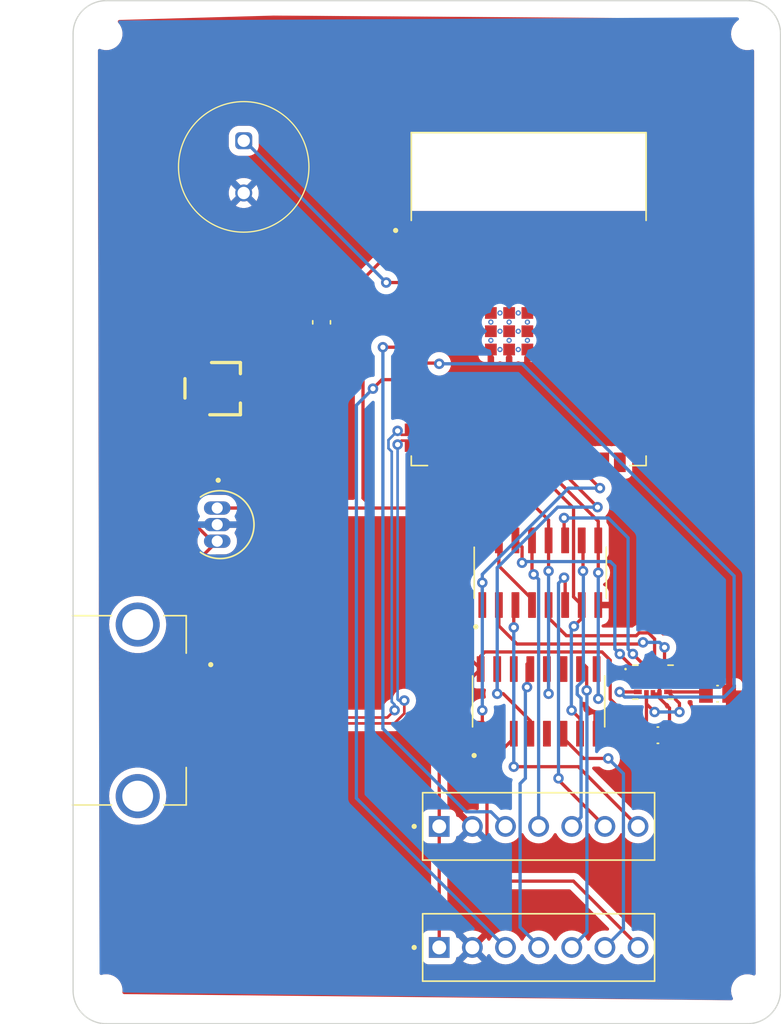
<source format=kicad_pcb>
(kicad_pcb (version 20221018) (generator pcbnew)
  (layers (0 "F.Cu" signal) (31 "B.Cu" signal) (34 "B.Paste" user) (35 "F.Paste" user) (36 "B.SilkS" user "B.Silkscreen") (37 "F.SilkS" user "F.Silkscreen") (38 "B.Mask" user) (39 "F.Mask" user) (44 "Edge.Cuts" user))
  (net 0 "")
  (net 1 "+3.3V")
  (net 2 "GND")
  (net 3 "MISO")
  (net 4 "MOSI")
  (net 5 "CLK")
  (net 6 "CS2")
  (net 7 "CS1")
  (net 8 "Net-(BZ1-+)")
  (net 9 "INT1_1")
  (net 10 "MISO_1")
  (net 11 "MOSI_1")
  (net 12 "CLK1")
  (net 13 "SENSOR_1")
  (net 14 "D+")
  (net 15 "D-")
  (net 16 "INT1_3")
  (net 17 "MISO_3")
  (net 18 "MOSI_3")
  (net 19 "CLK3")
  (net 20 "SENSOR_3")
  (net 21 "MISO_2")
  (net 22 "INT1_2")
  (net 26 "MOSI_2")
  (net 27 "CLK2")
  (net 28 "SENSOR_2")
  (net 51 "SENSOR_SEL")
  (net 58 "/3.7V")
  (footprint "ESP32-S3-WROOM-1-N16R8:XCVR_ESP32-S3-WROOM-1-N16R8" (layer "F.Cu") (at 136.906 80.01)
    (fp_text reference "U1" hide)
    (fp_text value "ESP32-S3-WROOM-1-N16R8" hide)
    (fp_line (start -9 -12.75) (end 9 -12.75) (stroke (width 0.127)) (layer "F.SilkS"))
    (fp_line (start -9 -6.03) (end -9 -12.75) (stroke (width 0.127)) (layer "F.SilkS"))
    (fp_line (start -9 12.02) (end -9 12.75) (stroke (width 0.127)) (layer "F.SilkS"))
    (fp_line (start -9 12.75) (end -7.755 12.75) (stroke (width 0.127)) (layer "F.SilkS"))
    (fp_line (start 9 -12.75) (end 9 -6.03) (stroke (width 0.127)) (layer "F.SilkS"))
    (fp_line (start 9 12.02) (end 9 12.75) (stroke (width 0.127)) (layer "F.SilkS"))
    (fp_line (start 9 12.75) (end 7.755 12.75) (stroke (width 0.127)) (layer "F.SilkS"))
    (fp_circle (center -10.2 -5.26) (end -10.1 -5.26) (stroke (width 0.2)) (fill none) (layer "F.SilkS"))
    (pad "1" smd rect (at -8.75 -5.26) (size 1.5 0.9) (layers "F.Cu" "F.Paste" "F.Mask") (net 2 "GND"))
    (pad "2" smd rect (at -8.75 -3.99) (size 1.5 0.9) (layers "F.Cu" "F.Paste" "F.Mask") (net 1 "+3.3V"))
    (pad "3" smd rect (at -8.75 -2.72) (size 1.5 0.9) (layers "F.Cu" "F.Paste" "F.Mask") (net 1 "+3.3V"))
    (pad "4" smd rect (at -8.75 -1.45) (size 1.5 0.9) (layers "F.Cu" "F.Paste" "F.Mask") (net 8 "Net-(BZ1-+)"))
    (pad "5" smd rect (at -8.75 -0.18) (size 1.5 0.9) (layers "F.Cu" "F.Paste" "F.Mask"))
    (pad "6" smd rect (at -8.75 1.09) (size 1.5 0.9) (layers "F.Cu" "F.Paste" "F.Mask"))
    (pad "7" smd rect (at -8.75 2.36) (size 1.5 0.9) (layers "F.Cu" "F.Paste" "F.Mask"))
    (pad "8" smd rect (at -8.75 3.63) (size 1.5 0.9) (layers "F.Cu" "F.Paste" "F.Mask") (net 9 "INT1_1"))
    (pad "9" smd rect (at -8.75 4.9) (size 1.5 0.9) (layers "F.Cu" "F.Paste" "F.Mask") (net 22 "INT1_2"))
    (pad "10" smd rect (at -8.75 6.17) (size 1.5 0.9) (layers "F.Cu" "F.Paste" "F.Mask") (net 16 "INT1_3"))
    (pad "11" smd rect (at -8.75 7.44) (size 1.5 0.9) (layers "F.Cu" "F.Paste" "F.Mask"))
    (pad "12" smd rect (at -8.75 8.71) (size 1.5 0.9) (layers "F.Cu" "F.Paste" "F.Mask"))
    (pad "13" smd rect (at -8.75 9.98) (size 1.5 0.9) (layers "F.Cu" "F.Paste" "F.Mask") (net 15 "D-"))
    (pad "14" smd rect (at -8.75 11.25) (size 1.5 0.9) (layers "F.Cu" "F.Paste" "F.Mask") (net 14 "D+"))
    (pad "15" smd rect (at -6.985 12.5) (size 0.9 1.5) (layers "F.Cu" "F.Paste" "F.Mask"))
    (pad "16" smd rect (at -5.715 12.5) (size 0.9 1.5) (layers "F.Cu" "F.Paste" "F.Mask"))
    (pad "17" smd rect (at -4.445 12.5) (size 0.9 1.5) (layers "F.Cu" "F.Paste" "F.Mask"))
    (pad "18" smd rect (at -3.175 12.5) (size 0.9 1.5) (layers "F.Cu" "F.Paste" "F.Mask") (net 7 "CS1"))
    (pad "19" smd rect (at -1.905 12.5) (size 0.9 1.5) (layers "F.Cu" "F.Paste" "F.Mask") (net 3 "MISO"))
    (pad "20" smd rect (at -0.635 12.5) (size 0.9 1.5) (layers "F.Cu" "F.Paste" "F.Mask") (net 5 "CLK"))
    (pad "21" smd rect (at 0.635 12.5) (size 0.9 1.5) (layers "F.Cu" "F.Paste" "F.Mask") (net 4 "MOSI"))
    (pad "22" smd rect (at 1.905 12.5) (size 0.9 1.5) (layers "F.Cu" "F.Paste" "F.Mask"))
    (pad "23" smd rect (at 3.175 12.5) (size 0.9 1.5) (layers "F.Cu" "F.Paste" "F.Mask") (net 6 "CS2"))
    (pad "24" smd rect (at 4.445 12.5) (size 0.9 1.5) (layers "F.Cu" "F.Paste" "F.Mask") (net 51 "SENSOR_SEL"))
    (pad "25" smd rect (at 5.715 12.5) (size 0.9 1.5) (layers "F.Cu" "F.Paste" "F.Mask"))
    (pad "26" smd rect (at 6.985 12.5) (size 0.9 1.5) (layers "F.Cu" "F.Paste" "F.Mask"))
    (pad "27" smd rect (at 8.75 11.25) (size 1.5 0.9) (layers "F.Cu" "F.Paste" "F.Mask"))
    (pad "28" smd rect (at 8.75 9.98) (size 1.5 0.9) (layers "F.Cu" "F.Paste" "F.Mask"))
    (pad "29" smd rect (at 8.75 8.71) (size 1.5 0.9) (layers "F.Cu" "F.Paste" "F.Mask"))
    (pad "30" smd rect (at 8.75 7.44) (size 1.5 0.9) (layers "F.Cu" "F.Paste" "F.Mask"))
    (pad "31" smd rect (at 8.75 6.17) (size 1.5 0.9) (layers "F.Cu" "F.Paste" "F.Mask"))
    (pad "32" smd rect (at 8.75 4.9) (size 1.5 0.9) (layers "F.Cu" "F.Paste" "F.Mask"))
    (pad "33" smd rect (at 8.75 3.63) (size 1.5 0.9) (layers "F.Cu" "F.Paste" "F.Mask"))
    (pad "34" smd rect (at 8.75 2.36) (size 1.5 0.9) (layers "F.Cu" "F.Paste" "F.Mask"))
    (pad "35" smd rect (at 8.75 1.09) (size 1.5 0.9) (layers "F.Cu" "F.Paste" "F.Mask"))
    (pad "36" smd rect (at 8.75 -0.18) (size 1.5 0.9) (layers "F.Cu" "F.Paste" "F.Mask"))
    (pad "37" smd rect (at 8.75 -1.45) (size 1.5 0.9) (layers "F.Cu" "F.Paste" "F.Mask"))
    (pad "38" smd rect (at 8.75 -2.72) (size 1.5 0.9) (layers "F.Cu" "F.Paste" "F.Mask"))
    (pad "39" smd rect (at 8.75 -3.99) (size 1.5 0.9) (layers "F.Cu" "F.Paste" "F.Mask"))
    (pad "40" smd rect (at 8.75 -5.26) (size 1.5 0.9) (layers "F.Cu" "F.Paste" "F.Mask") (net 2 "GND"))
    (pad "41_1" smd rect (at -1.5 2.46) (size 0.9 0.9) (layers "F.Cu" "F.Paste" "F.Mask") (net 2 "GND"))
    (pad "41_2" smd rect (at -2.9 2.46) (size 0.9 0.9) (layers "F.Cu" "F.Paste" "F.Mask") (net 2 "GND"))
    (pad "41_3" smd rect (at -0.1 2.46) (size 0.9 0.9) (layers "F.Cu" "F.Paste" "F.Mask") (net 2 "GND"))
    (pad "41_4" smd rect (at -2.9 3.86) (size 0.9 0.9) (layers "F.Cu" "F.Paste" "F.Mask") (net 2 "GND"))
    (pad "41_5" smd rect (at -1.5 3.86) (size 0.9 0.9) (layers "F.Cu" "F.Paste" "F.Mask") (net 2 "GND"))
    (pad "41_6" smd rect (at -0.1 3.86) (size 0.9 0.9) (layers "F.Cu" "F.Paste" "F.Mask") (net 2 "GND"))
    (pad "41_7" smd rect (at -2.9 1.06) (size 0.9 0.9) (layers "F.Cu" "F.Paste" "F.Mask") (net 2 "GND"))
    (pad "41_8" smd rect (at -1.5 1.06) (size 0.9 0.9) (layers "F.Cu" "F.Paste" "F.Mask") (net 2 "GND"))
    (pad "41_9" smd rect (at -0.1 1.06) (size 0.9 0.9) (layers "F.Cu" "F.Paste" "F.Mask") (net 2 "GND"))
    (pad "41_10" thru_hole circle (at -1.5 1.76) (size 0.4 0.4) (drill 0.2) (layers "*.Cu"))
    (pad "41_11" thru_hole circle (at -2.9 1.76) (size 0.4 0.4) (drill 0.2) (layers "*.Cu"))
    (pad "41_12" thru_hole circle (at -0.1 1.76) (size 0.4 0.4) (drill 0.2) (layers "*.Cu"))
    (pad "41_13" thru_hole circle (at -2.9 3.16) (size 0.4 0.4) (drill 0.2) (layers "*.Cu"))
    (pad "41_14" thru_hole circle (at -1.5 3.16) (size 0.4 0.4) (drill 0.2) (layers "*.Cu"))
    (pad "41_15" thru_hole circle (at -0.1 3.16) (size 0.4 0.4) (drill 0.2) (layers "*.Cu"))
    (pad "41_16" thru_hole circle (at -2.2 1.06) (size 0.4 0.4) (drill 0.2) (layers "*.Cu"))
    (pad "41_17" thru_hole circle (at -0.8 1.06) (size 0.4 0.4) (drill 0.2) (layers "*.Cu"))
    (pad "41_18" thru_hole circle (at -2.2 2.46) (size 0.4 0.4) (drill 0.2) (layers "*.Cu"))
    (pad "41_19" thru_hole circle (at -0.8 2.46) (size 0.4 0.4) (drill 0.2) (layers "*.Cu"))
    (pad "41_20" thru_hole circle (at -2.2 3.86) (size 0.4 0.4) (drill 0.2) (layers "*.Cu"))
    (pad "41_21" thru_hole circle (at -0.8 3.86) (size 0.4 0.4) (drill 0.2) (layers "*.Cu"))
    (zone (net 0) (net_name "") (layer "F.Cu") (connect_pads (clearance 0)) (min_thickness 0.01)
      (keepout (tracks not_allowed) (vias not_allowed) (pads not_allowed) (copperpour not_allowed) (footprints allowed))
      (fill (thermal_gap 0.508) (thermal_bridge_width 0.508))
      (polygon (pts (xy 127.906 67.26) (xy 145.906 67.26) (xy 145.906 73.26) (xy 127.906 73.26)))
    )
    (zone (net 0) (net_name "") (layer "B.Cu") (connect_pads (clearance 0)) (min_thickness 0.01)
      (keepout (tracks not_allowed) (vias not_allowed) (pads not_allowed) (copperpour not_allowed) (footprints allowed))
      (fill (thermal_gap 0.508) (thermal_bridge_width 0.508))
      (polygon (pts (xy 127.906 67.26) (xy 145.906 67.26) (xy 145.906 73.26) (xy 127.906 73.26)))
    )
  )
  (footprint "69167-107HLF:AMPHENOL_69167-107HLF" (layer "F.Cu") (at 137.668 129.667)
    (fp_text reference "J11" hide)
    (fp_text value "69167-107HLF" hide)
    (fp_line (start -8.89 2.58) (end -8.89 -2.58) (stroke (width 0.127)) (layer "F.SilkS"))
    (fp_line (start 8.89 -2.58) (end -8.89 -2.58) (stroke (width 0.127)) (layer "F.SilkS"))
    (fp_line (start 8.89 -2.58) (end 8.89 2.58) (stroke (width 0.127)) (layer "F.SilkS"))
    (fp_line (start 8.89 2.58) (end -8.89 2.58) (stroke (width 0.127)) (layer "F.SilkS"))
    (fp_circle (center -9.54 0) (end -9.44 0) (stroke (width 0.2)) (fill none) (layer "F.SilkS"))
    (pad "01" thru_hole rect (at -7.62 0) (size 1.59 1.59) (drill 1.06) (layers "*.Cu" "*.Mask") (net 1 "+3.3V"))
    (pad "02" thru_hole circle (at -5.08 0) (size 1.59 1.59) (drill 1.06) (layers "*.Cu" "*.Mask") (net 2 "GND"))
    (pad "03" thru_hole circle (at -2.54 0) (size 1.59 1.59) (drill 1.06) (layers "*.Cu" "*.Mask") (net 16 "INT1_3"))
    (pad "04" thru_hole circle (at 0 0) (size 1.59 1.59) (drill 1.06) (layers "*.Cu" "*.Mask") (net 17 "MISO_3"))
    (pad "05" thru_hole circle (at 2.54 0) (size 1.59 1.59) (drill 1.06) (layers "*.Cu" "*.Mask") (net 18 "MOSI_3"))
    (pad "06" thru_hole circle (at 5.08 0) (size 1.59 1.59) (drill 1.06) (layers "*.Cu" "*.Mask") (net 19 "CLK3"))
    (pad "07" thru_hole circle (at 7.62 0) (size 1.59 1.59) (drill 1.06) (layers "*.Cu" "*.Mask") (net 20 "SENSOR_3"))
  )
  (footprint "SM02B-SRSS-TB_LF__SN_:SM02B-SRSS-TB_LF__SN_" (layer "F.Cu") (at 113.157 86.868 -90)
    (fp_text reference "J1" hide)
    (fp_text value "SM02B-SRSS-TB_LF__SN_" hide)
    (fp_line (start -2 -1.65) (end -2 0.563) (stroke (width 0.254)) (layer "F.SilkS"))
    (fp_line (start -2 -1.65) (end -1.145 -1.65) (stroke (width 0.254)) (layer "F.SilkS"))
    (fp_line (start -0.767 2.6) (end 0.722 2.6) (stroke (width 0.254)) (layer "F.SilkS"))
    (fp_line (start 2 -1.65) (end 1.1 -1.65) (stroke (width 0.254)) (layer "F.SilkS"))
    (fp_line (start 2 -1.65) (end 2 0.697) (stroke (width 0.254)) (layer "F.SilkS"))
    (pad "1" smd rect (at -0.5 -1.975) (size 1.55 0.6) (layers "F.Cu" "F.Paste" "F.Mask") (net 2 "GND"))
    (pad "2" smd rect (at 0.5 -1.975) (size 1.55 0.6) (layers "F.Cu" "F.Paste" "F.Mask") (net 58 "/3.7V"))
    (pad "3" smd rect (at -1.8 1.9) (size 1.8 1.2) (layers "F.Cu" "F.Paste" "F.Mask"))
    (pad "4" smd rect (at 1.8 1.9) (size 1.8 1.2) (layers "F.Cu" "F.Paste" "F.Mask"))
  )
  (footprint "TS3A5018D:SOIC127P600X175-16N" (layer "F.Cu") (at 137.795 100.965 90)
    (fp_text reference "U11" hide)
    (fp_text value "TS3A5018D" hide)
    (fp_line (start -1.95 -5.065) (end 1.95 -5.065) (stroke (width 0.127)) (layer "F.SilkS"))
    (fp_line (start -1.95 5.065) (end 1.95 5.065) (stroke (width 0.127)) (layer "F.SilkS"))
    (fp_circle (center -4.145 -4.945) (end -4.045 -4.945) (stroke (width 0.2)) (fill none) (layer "F.SilkS"))
    (pad "1" smd roundrect (at -2.475 -4.445 90) (size 1.97 0.6) (layers "F.Cu" "F.Paste" "F.Mask") (roundrect_rratio 0.07) (net 51 "SENSOR_SEL"))
    (pad "2" smd roundrect (at -2.475 -3.175 90) (size 1.97 0.6) (layers "F.Cu" "F.Paste" "F.Mask") (roundrect_rratio 0.07) (net 28 "SENSOR_2"))
    (pad "3" smd roundrect (at -2.475 -1.905 90) (size 1.97 0.6) (layers "F.Cu" "F.Paste" "F.Mask") (roundrect_rratio 0.07) (net 13 "SENSOR_1"))
    (pad "4" smd roundrect (at -2.475 -0.635 90) (size 1.97 0.6) (layers "F.Cu" "F.Paste" "F.Mask") (roundrect_rratio 0.07) (net 7 "CS1"))
    (pad "5" smd roundrect (at -2.475 0.635 90) (size 1.97 0.6) (layers "F.Cu" "F.Paste" "F.Mask") (roundrect_rratio 0.07) (net 27 "CLK2"))
    (pad "6" smd roundrect (at -2.475 1.905 90) (size 1.97 0.6) (layers "F.Cu" "F.Paste" "F.Mask") (roundrect_rratio 0.07) (net 12 "CLK1"))
    (pad "7" smd roundrect (at -2.475 3.175 90) (size 1.97 0.6) (layers "F.Cu" "F.Paste" "F.Mask") (roundrect_rratio 0.07) (net 5 "CLK"))
    (pad "8" smd roundrect (at -2.475 4.445 90) (size 1.97 0.6) (layers "F.Cu" "F.Paste" "F.Mask") (roundrect_rratio 0.07) (net 2 "GND"))
    (pad "9" smd roundrect (at 2.475 4.445 90) (size 1.97 0.6) (layers "F.Cu" "F.Paste" "F.Mask") (roundrect_rratio 0.07) (net 4 "MOSI"))
    (pad "10" smd roundrect (at 2.475 3.175 90) (size 1.97 0.6) (layers "F.Cu" "F.Paste" "F.Mask") (roundrect_rratio 0.07) (net 11 "MOSI_1"))
    (pad "11" smd roundrect (at 2.475 1.905 90) (size 1.97 0.6) (layers "F.Cu" "F.Paste" "F.Mask") (roundrect_rratio 0.07) (net 26 "MOSI_2"))
    (pad "12" smd roundrect (at 2.475 0.635 90) (size 1.97 0.6) (layers "F.Cu" "F.Paste" "F.Mask") (roundrect_rratio 0.07) (net 3 "MISO"))
    (pad "13" smd roundrect (at 2.475 -0.635 90) (size 1.97 0.6) (layers "F.Cu" "F.Paste" "F.Mask") (roundrect_rratio 0.07) (net 10 "MISO_1"))
    (pad "14" smd roundrect (at 2.475 -1.905 90) (size 1.97 0.6) (layers "F.Cu" "F.Paste" "F.Mask") (roundrect_rratio 0.07) (net 21 "MISO_2"))
    (pad "15" smd roundrect (at 2.475 -3.175 90) (size 1.97 0.6) (layers "F.Cu" "F.Paste" "F.Mask") (roundrect_rratio 0.07) (net 7 "CS1"))
    (pad "16" smd roundrect (at 2.475 -4.445 90) (size 1.97 0.6) (layers "F.Cu" "F.Paste" "F.Mask") (roundrect_rratio 0.07) (net 1 "+3.3V"))
  )
  (footprint "MountingHole:MountingHole_2mm" (layer "F.Cu") (at 153.67 59.69)
    (fp_text reference "H2" hide)
    (fp_text value "MountingHole" hide)
    (pad "" np_thru_hole circle (at 0 0) (size 2 2) (drill 2) (layers "*.Cu" "*.Mask"))
  )
  (footprint "LP2950CZ-3.3_LFT3:TO92127P521H735-3" (layer "F.Cu") (at 113.805 97.282 -90)
    (fp_text reference "U9" hide)
    (fp_text value "LP2950CZ-3.3_LFT3" hide)
    (fp_arc (start -2.116 2.063) (mid 0 -2.045468) (end 2.116 2.063) (stroke (width 0.127)) (layer "F.SilkS"))
    (fp_circle (center -3.4 0.7) (end -3.3 0.7) (stroke (width 0.2)) (fill none) (layer "F.SilkS"))
    (pad "1" thru_hole oval (at -1.27 0.775 270) (size 1.016 2.032) (drill 0.85) (layers "*.Cu" "*.Mask") (net 1 "+3.3V"))
    (pad "2" thru_hole oval (at 0 0.775 270) (size 1.016 2.032) (drill 0.85) (layers "*.Cu" "*.Mask") (net 2 "GND"))
    (pad "3" thru_hole oval (at 1.27 0.775 270) (size 1.016 2.032) (drill 0.85) (layers "*.Cu" "*.Mask") (net 58 "/3.7V"))
  )
  (footprint "MountingHole:MountingHole_2mm" (layer "F.Cu") (at 153.67 132.969)
    (fp_text reference "H4" hide)
    (fp_text value "MountingHole" hide)
    (pad "" np_thru_hole circle (at 0 0) (size 2 2) (drill 2) (layers "*.Cu" "*.Mask"))
  )
  (footprint "69167-107HLF:AMPHENOL_69167-107HLF" (layer "F.Cu") (at 137.668 120.396)
    (fp_text reference "J4" hide)
    (fp_text value "69167-107HLF" hide)
    (fp_line (start -8.89 2.58) (end -8.89 -2.58) (stroke (width 0.127)) (layer "F.SilkS"))
    (fp_line (start 8.89 -2.58) (end -8.89 -2.58) (stroke (width 0.127)) (layer "F.SilkS"))
    (fp_line (start 8.89 -2.58) (end 8.89 2.58) (stroke (width 0.127)) (layer "F.SilkS"))
    (fp_line (start 8.89 2.58) (end -8.89 2.58) (stroke (width 0.127)) (layer "F.SilkS"))
    (fp_circle (center -9.54 0) (end -9.44 0) (stroke (width 0.2)) (fill none) (layer "F.SilkS"))
    (pad "01" thru_hole rect (at -7.62 0) (size 1.59 1.59) (drill 1.06) (layers "*.Cu" "*.Mask") (net 1 "+3.3V"))
    (pad "02" thru_hole circle (at -5.08 0) (size 1.59 1.59) (drill 1.06) (layers "*.Cu" "*.Mask") (net 2 "GND"))
    (pad "03" thru_hole circle (at -2.54 0) (size 1.59 1.59) (drill 1.06) (layers "*.Cu" "*.Mask") (net 9 "INT1_1"))
    (pad "04" thru_hole circle (at 0 0) (size 1.59 1.59) (drill 1.06) (layers "*.Cu" "*.Mask") (net 10 "MISO_1"))
    (pad "05" thru_hole circle (at 2.54 0) (size 1.59 1.59) (drill 1.06) (layers "*.Cu" "*.Mask") (net 11 "MOSI_1"))
    (pad "06" thru_hole circle (at 5.08 0) (size 1.59 1.59) (drill 1.06) (layers "*.Cu" "*.Mask") (net 12 "CLK1"))
    (pad "07" thru_hole circle (at 7.62 0) (size 1.59 1.59) (drill 1.06) (layers "*.Cu" "*.Mask") (net 13 "SENSOR_1"))
  )
  (footprint "ECE 445 Footprints:AC-903-D-1P" (layer "F.Cu") (at 115.062 69.882)
    (fp_text reference "BZ1" hide)
    (fp_text value "Buzzer" hide)
    (fp_circle (center 0 0) (end 5 0) (stroke (width 0.1)) (fill none) (layer "F.SilkS"))
    (pad "1" thru_hole roundrect (at 0 -2) (size 1.3 1.3) (drill 0.95) (layers "*.Cu" "*.Mask") (net 8 "Net-(BZ1-+)"))
    (pad "2" thru_hole circle (at 0 2) (size 1.3 1.3) (drill 0.95) (layers "*.Cu" "*.Mask") (net 2 "GND"))
  )
  (footprint "87583-2010RPLF:AMPHENOL_87583-2010RPLF" (layer "F.Cu") (at 106.934 111.506 -90)
    (fp_text reference "J9" hide)
    (fp_text value "87583-2010RPLF" hide)
    (fp_line (start -7.25 -3.72) (end -7.25 -2.008) (stroke (width 0.127)) (layer "F.SilkS"))
    (fp_line (start -7.25 -3.72) (end -4.38 -3.72) (stroke (width 0.127)) (layer "F.SilkS"))
    (fp_line (start -7.25 5) (end -7.25 2.008) (stroke (width 0.127)) (layer "F.SilkS"))
    (fp_line (start 4.38 -3.72) (end 7.25 -3.72) (stroke (width 0.127)) (layer "F.SilkS"))
    (fp_line (start 7.25 -3.72) (end 7.25 -2.008) (stroke (width 0.127)) (layer "F.SilkS"))
    (fp_line (start 7.25 5) (end 7.25 2.008) (stroke (width 0.127)) (layer "F.SilkS"))
    (fp_circle (center -3.5 -5.6) (end -3.4 -5.6) (stroke (width 0.2)) (fill none) (layer "F.SilkS"))
    (pad "01" smd rect (at -3.5 -3.58 270) (size 1.12 2.88) (layers "F.Cu" "F.Paste" "F.Mask") (net 58 "/3.7V"))
    (pad "02" smd rect (at -1 -3.58 270) (size 1.12 2.88) (layers "F.Cu" "F.Paste" "F.Mask") (net 15 "D-"))
    (pad "03" smd rect (at 1 -3.58 270) (size 1.12 2.88) (layers "F.Cu" "F.Paste" "F.Mask") (net 14 "D+"))
    (pad "04" smd rect (at 3.5 -3.58 270) (size 1.12 2.88) (layers "F.Cu" "F.Paste" "F.Mask") (net 2 "GND"))
    (pad "S1" thru_hole circle (at -6.57 0 270) (size 3.376 3.376) (drill 2.36) (layers "*.Cu" "*.Mask"))
    (pad "S2" thru_hole circle (at 6.57 0 270) (size 3.376 3.376) (drill 2.36) (layers "*.Cu" "*.Mask"))
  )
  (footprint "CL21F104ZAANNNC:CAPC2012X135N" (layer "F.Cu") (at 151.384 110.236)
    (fp_text reference "C1" hide)
    (fp_text value "100nF" hide)
    (fp_line (start -0.0515 -0.625) (end 0.0515 -0.625) (stroke (width 0.127)) (layer "F.SilkS"))
    (fp_line (start -0.0515 0.625) (end 0.0515 0.625) (stroke (width 0.127)) (layer "F.SilkS"))
    (pad "1" smd rect (at -0.89 0) (size 1.05 1.38) (layers "F.Cu" "F.Paste" "F.Mask") (net 1 "+3.3V"))
    (pad "2" smd rect (at 0.89 0) (size 1.05 1.38) (layers "F.Cu" "F.Paste" "F.Mask") (net 2 "GND"))
  )
  (footprint "LSM6DSMTR (1):PQFN50P300X250X86-14N" (layer "F.Cu") (at 146.431 109.347)
    (fp_text reference "U4" hide)
    (fp_text value "LSM6DSMTR" hide)
    (fp_line (start -1.55 1.3) (end -1.15 1.3) (stroke (width 0.127)) (layer "F.SilkS"))
    (fp_line (start -1.15 -1.3) (end -1.55 -1.3) (stroke (width 0.127)) (layer "F.SilkS"))
    (fp_line (start 1.55 -1.3) (end 1.15 -1.3) (stroke (width 0.127)) (layer "F.SilkS"))
    (fp_line (start 1.55 1.3) (end 1.15 1.3) (stroke (width 0.127)) (layer "F.SilkS"))
    (fp_circle (center -2.1 -1) (end -2.05 -1) (stroke (width 0.1)) (fill none) (layer "F.SilkS"))
    (pad "1" smd rect (at -1.16 -0.75) (size 0.6 0.35) (layers "F.Cu" "F.Paste" "F.Mask") (net 21 "MISO_2"))
    (pad "2" smd rect (at -1.16 -0.25) (size 0.6 0.35) (layers "F.Cu" "F.Paste" "F.Mask") (net 2 "GND"))
    (pad "3" smd rect (at -1.16 0.25) (size 0.6 0.35) (layers "F.Cu" "F.Paste" "F.Mask") (net 2 "GND"))
    (pad "4" smd rect (at -1.16 0.75) (size 0.6 0.35) (layers "F.Cu" "F.Paste" "F.Mask") (net 22 "INT1_2"))
    (pad "5" smd rect (at -0.5 0.91 90) (size 0.6 0.35) (layers "F.Cu" "F.Paste" "F.Mask") (net 1 "+3.3V"))
    (pad "6" smd rect (at 0 0.91 90) (size 0.6 0.35) (layers "F.Cu" "F.Paste" "F.Mask") (net 2 "GND"))
    (pad "7" smd rect (at 0.5 0.91 90) (size 0.6 0.35) (layers "F.Cu" "F.Paste" "F.Mask") (net 2 "GND"))
    (pad "8" smd rect (at 1.16 0.75) (size 0.6 0.35) (layers "F.Cu" "F.Paste" "F.Mask") (net 1 "+3.3V"))
    (pad "9" smd rect (at 1.16 0.25) (size 0.6 0.35) (layers "F.Cu" "F.Paste" "F.Mask"))
    (pad "10" smd rect (at 1.16 -0.25) (size 0.6 0.35) (layers "F.Cu" "F.Paste" "F.Mask"))
    (pad "11" smd rect (at 1.16 -0.75) (size 0.6 0.35) (layers "F.Cu" "F.Paste" "F.Mask"))
    (pad "12" smd rect (at 0.5 -0.91 90) (size 0.6 0.35) (layers "F.Cu" "F.Paste" "F.Mask") (net 28 "SENSOR_2"))
    (pad "13" smd rect (at 0 -0.91 90) (size 0.6 0.35) (layers "F.Cu" "F.Paste" "F.Mask") (net 27 "CLK2"))
    (pad "14" smd rect (at -0.5 -0.91 90) (size 0.6 0.35) (layers "F.Cu" "F.Paste" "F.Mask") (net 26 "MOSI_2"))
  )
  (footprint "CL21F104ZAANNNC:CAPC2012X135N" (layer "F.Cu") (at 146.812 113.411 180)
    (fp_text reference "C2" hide)
    (fp_text value "100nF" hide)
    (fp_line (start -0.0515 -0.625) (end 0.0515 -0.625) (stroke (width 0.127)) (layer "F.SilkS"))
    (fp_line (start -0.0515 0.625) (end 0.0515 0.625) (stroke (width 0.127)) (layer "F.SilkS"))
    (pad "1" smd rect (at -0.89 0 180) (size 1.05 1.38) (layers "F.Cu" "F.Paste" "F.Mask") (net 2 "GND"))
    (pad "2" smd rect (at 0.89 0 180) (size 1.05 1.38) (layers "F.Cu" "F.Paste" "F.Mask") (net 1 "+3.3V"))
  )
  (footprint "MountingHole:MountingHole_2mm" (layer "F.Cu") (at 104.521 132.969)
    (fp_text reference "H3" hide)
    (fp_text value "MountingHole" hide)
    (pad "" np_thru_hole circle (at 0 0) (size 2 2) (drill 2) (layers "*.Cu" "*.Mask"))
  )
  (footprint "MountingHole:MountingHole_2mm" (layer "F.Cu") (at 104.521 59.69)
    (fp_text reference "H1" hide)
    (fp_text value "MountingHole" hide)
    (pad "" np_thru_hole circle (at 0 0) (size 2 2) (drill 2) (layers "*.Cu" "*.Mask"))
  )
  (footprint "RMCF0805JG10K0:RESC2012X65N" (layer "F.Cu") (at 121.031 81.788 -90)
    (fp_text reference "R1" hide)
    (fp_text value "10k" hide)
    (fp_line (start -0.12 -0.68) (end 0.12 -0.68) (stroke (width 0.127)) (layer "F.SilkS"))
    (fp_line (start -0.12 0.68) (end 0.12 0.68) (stroke (width 0.127)) (layer "F.SilkS"))
    (pad "1" smd rect (at -0.95 0 270) (size 1.01 1.38) (layers "F.Cu" "F.Paste" "F.Mask") (net 1 "+3.3V"))
    (pad "2" smd rect (at 0.95 0 270) (size 1.01 1.38) (layers "F.Cu" "F.Paste" "F.Mask") (net 2 "GND"))
  )
  (footprint "TS3A5018D:SOIC127P600X175-16N" (layer "F.Cu") (at 137.668 110.82 90)
    (fp_text reference "U12" hide)
    (fp_text value "TS3A5018D" hide)
    (fp_line (start -1.95 -5.065) (end 1.95 -5.065) (stroke (width 0.127)) (layer "F.SilkS"))
    (fp_line (start -1.95 5.065) (end 1.95 5.065) (stroke (width 0.127)) (layer "F.SilkS"))
    (fp_circle (center -4.145 -4.945) (end -4.045 -4.945) (stroke (width 0.2)) (fill none) (layer "F.SilkS"))
    (pad "1" smd roundrect (at -2.475 -4.445 90) (size 1.97 0.6) (layers "F.Cu" "F.Paste" "F.Mask") (roundrect_rratio 0.07) (net 51 "SENSOR_SEL"))
    (pad "2" smd roundrect (at -2.475 -3.175 90) (size 1.97 0.6) (layers "F.Cu" "F.Paste" "F.Mask") (roundrect_rratio 0.07))
    (pad "3" smd roundrect (at -2.475 -1.905 90) (size 1.97 0.6) (layers "F.Cu" "F.Paste" "F.Mask") (roundrect_rratio 0.07) (net 20 "SENSOR_3"))
    (pad "4" smd roundrect (at -2.475 -0.635 90) (size 1.97 0.6) (layers "F.Cu" "F.Paste" "F.Mask") (roundrect_rratio 0.07) (net 6 "CS2"))
    (pad "5" smd roundrect (at -2.475 0.635 90) (size 1.97 0.6) (layers "F.Cu" "F.Paste" "F.Mask") (roundrect_rratio 0.07))
    (pad "6" smd roundrect (at -2.475 1.905 90) (size 1.97 0.6) (layers "F.Cu" "F.Paste" "F.Mask") (roundrect_rratio 0.07) (net 19 "CLK3"))
    (pad "7" smd roundrect (at -2.475 3.175 90) (size 1.97 0.6) (layers "F.Cu" "F.Paste" "F.Mask") (roundrect_rratio 0.07) (net 5 "CLK"))
    (pad "8" smd roundrect (at -2.475 4.445 90) (size 1.97 0.6) (layers "F.Cu" "F.Paste" "F.Mask") (roundrect_rratio 0.07) (net 2 "GND"))
    (pad "9" smd roundrect (at 2.475 4.445 90) (size 1.97 0.6) (layers "F.Cu" "F.Paste" "F.Mask") (roundrect_rratio 0.07) (net 4 "MOSI"))
    (pad "10" smd roundrect (at 2.475 3.175 90) (size 1.97 0.6) (layers "F.Cu" "F.Paste" "F.Mask") (roundrect_rratio 0.07) (net 18 "MOSI_3"))
    (pad "11" smd roundrect (at 2.475 1.905 90) (size 1.97 0.6) (layers "F.Cu" "F.Paste" "F.Mask") (roundrect_rratio 0.07))
    (pad "12" smd roundrect (at 2.475 0.635 90) (size 1.97 0.6) (layers "F.Cu" "F.Paste" "F.Mask") (roundrect_rratio 0.07) (net 3 "MISO"))
    (pad "13" smd roundrect (at 2.475 -0.635 90) (size 1.97 0.6) (layers "F.Cu" "F.Paste" "F.Mask") (roundrect_rratio 0.07) (net 17 "MISO_3"))
    (pad "14" smd roundrect (at 2.475 -1.905 90) (size 1.97 0.6) (layers "F.Cu" "F.Paste" "F.Mask") (roundrect_rratio 0.07))
    (pad "15" smd roundrect (at 2.475 -3.175 90) (size 1.97 0.6) (layers "F.Cu" "F.Paste" "F.Mask") (roundrect_rratio 0.07) (net 6 "CS2"))
    (pad "16" smd roundrect (at 2.475 -4.445 90) (size 1.97 0.6) (layers "F.Cu" "F.Paste" "F.Mask") (roundrect_rratio 0.07) (net 1 "+3.3V"))
  )
  (gr_line (start 104.521 135.509) (end 153.67 135.509) (stroke (width 0.1)) (layer "Edge.Cuts"))
  (gr_line (start 101.981 59.69) (end 101.981 132.969) (stroke (width 0.1)) (layer "Edge.Cuts"))
  (gr_arc (start 153.67 57.15) (mid 155.466051 57.893949) (end 156.21 59.69) (stroke (width 0.1)) (layer "Edge.Cuts"))
  (gr_arc (start 101.981 59.69) (mid 102.724949 57.893949) (end 104.521 57.15) (stroke (width 0.1)) (layer "Edge.Cuts"))
  (gr_line (start 104.521 57.15) (end 153.67 57.15) (stroke (width 0.1)) (layer "Edge.Cuts"))
  (gr_arc (start 104.521 135.509) (mid 102.724949 134.765051) (end 101.981 132.969) (stroke (width 0.1)) (layer "Edge.Cuts"))
  (gr_arc (start 156.21 132.969) (mid 155.466051 134.765051) (end 153.67 135.509) (stroke (width 0.1)) (layer "Edge.Cuts"))
  (gr_line (start 156.21 132.969) (end 156.21 59.69) (stroke (width 0.1)) (layer "Edge.Cuts"))
  (segment (start 126.672 76.02) (end 124.206 78.486) (width 0.25) (layer "F.Cu") (net 1))
  (segment (start 113.03 96.012) (end 124.968 96.012) (width 0.25) (layer "F.Cu") (net 1))
  (segment (start 133.209 108.345) (end 133.223 108.345) (width 0.25) (layer "F.Cu") (net 1))
  (segment (start 148.463 111.633) (end 148.463 110.969) (width 0.25) (layer "F.Cu") (net 1))
  (segment (start 145.931 113.402) (end 145.922 113.411) (width 0.25) (layer "F.Cu") (net 1))
  (segment (start 131.572 106.694) (end 133.223 108.345) (width 0.25) (layer "F.Cu") (net 1))
  (segment (start 132.927 108.641) (end 133.223 108.345) (width 0.25) (layer "F.Cu") (net 1))
  (segment (start 130.048 111.506) (end 133.209 108.345) (width 0.25) (layer "F.Cu") (net 1))
  (segment (start 130.048 120.396) (end 130.048 129.667) (width 0.25) (layer "F.Cu") (net 1))
  (segment (start 128.082 75.946) (end 128.156 76.02) (width 0.25) (layer "F.Cu") (net 1))
  (segment (start 143.154 110.643) (end 145.922 113.411) (width 0.25) (layer "F.Cu") (net 1))
  (segment (start 123.383 78.486) (end 121.031 80.838) (width 0.25) (layer "F.Cu") (net 1))
  (segment (start 124.206 78.486) (end 124.206 95.25) (width 0.25) (layer "F.Cu") (net 1))
  (segment (start 143.154 107.66482) (end 143.154 110.643) (width 0.25) (layer "F.Cu") (net 1))
  (segment (start 150.355 110.097) (end 150.494 110.236) (width 0.25) (layer "F.Cu") (net 1))
  (segment (start 130.872 96.012) (end 133.35 98.49) (width 0.25) (layer "F.Cu") (net 1))
  (segment (start 145.931 110.257) (end 145.931 111.006) (width 0.25) (layer "F.Cu") (net 1))
  (segment (start 133.35 98.49) (end 131.572 100.268) (width 0.25) (layer "F.Cu") (net 1))
  (segment (start 128.156 76.02) (end 128.156 77.29) (width 0.25) (layer "F.Cu") (net 1))
  (segment (start 148.463 110.969) (end 147.591 110.097) (width 0.25) (layer "F.Cu") (net 1))
  (segment (start 145.931 111.006) (end 146.558 111.633) (width 0.25) (layer "F.Cu") (net 1))
  (segment (start 131.572 100.268) (end 131.572 106.694) (width 0.25) (layer "F.Cu") (net 1))
  (segment (start 130.048 120.396) (end 130.048 111.506) (width 0.25) (layer "F.Cu") (net 1))
  (segment (start 147.591 110.097) (end 150.355 110.097) (width 0.25) (layer "F.Cu") (net 1))
  (segment (start 133.223 108.345) (end 133.223 107.360001) (width 0.25) (layer "F.Cu") (net 1))
  (segment (start 124.206 95.25) (end 124.968 96.012) (width 0.25) (layer "F.Cu") (net 1))
  (segment (start 128.156 76.02) (end 126.672 76.02) (width 0.25) (layer "F.Cu") (net 1))
  (segment (start 124.968 96.012) (end 130.872 96.012) (width 0.25) (layer "F.Cu") (net 1))
  (segment (start 145.931 110.257) (end 145.931 113.402) (width 0.25) (layer "F.Cu") (net 1))
  (segment (start 133.223 107.360001) (end 133.548001 107.035) (width 0.25) (layer "F.Cu") (net 1))
  (segment (start 142.52418 107.035) (end 143.154 107.66482) (width 0.25) (layer "F.Cu") (net 1))
  (segment (start 124.206 78.486) (end 123.383 78.486) (width 0.25) (layer "F.Cu") (net 1))
  (segment (start 133.548001 107.035) (end 142.52418 107.035) (width 0.25) (layer "F.Cu") (net 1))
  (via (at 148.463 111.633) (size 0.8) (drill 0.4) (layers "F.Cu" "B.Cu") (net 1))
  (via (at 146.558 111.633) (size 0.8) (drill 0.4) (layers "F.Cu" "B.Cu") (net 1))
  (segment (start 112.649 96.393) (end 113.03 96.012) (width 0.25) (layer "B.Cu") (net 1))
  (segment (start 146.558 111.633) (end 148.463 111.633) (width 0.25) (layer "B.Cu") (net 1))
  (segment (start 146.931 110.562) (end 147.701 111.332) (width 0.25) (layer "F.Cu") (net 2))
  (segment (start 145.271 109.597) (end 146.681 109.597) (width 0.25) (layer "F.Cu") (net 2))
  (segment (start 146.931 110.257) (end 146.931 110.562) (width 0.25) (layer "F.Cu") (net 2))
  (segment (start 147.701 111.332) (end 147.701 113.41) (width 0.25) (layer "F.Cu") (net 2))
  (segment (start 145.271 109.097) (end 145.271 109.597) (width 0.25) (layer "F.Cu") (net 2))
  (segment (start 147.701 113.41) (end 147.702 113.411) (width 0.25) (layer "F.Cu") (net 2))
  (segment (start 146.681 109.597) (end 146.931 109.847) (width 0.25) (layer "F.Cu") (net 2))
  (segment (start 146.431 110.257) (end 146.931 110.257) (width 0.25) (layer "F.Cu") (net 2))
  (segment (start 146.931 109.847) (end 146.931 110.257) (width 0.25) (layer "F.Cu") (net 2))
  (segment (start 132.588 129.667) (end 132.461 129.667) (width 0.25) (layer "B.Cu") (net 2))
  (segment (start 135.001 93.51) (end 138.43 96.939) (width 0.25) (layer "F.Cu") (net 3))
  (segment (start 138.43 96.939) (end 138.43 98.49) (width 0.25) (layer "F.Cu") (net 3))
  (segment (start 135.001 92.51) (end 135.001 93.51) (width 0.25) (layer "F.Cu") (net 3))
  (segment (start 138.43 108.472) (end 138.303 108.345) (width 0.25) (layer "F.Cu") (net 3))
  (segment (start 138.43 98.49) (end 138.43 100.838) (width 0.25) (layer "F.Cu") (net 3))
  (segment (start 138.43 110.236) (end 138.43 108.472) (width 0.25) (layer "F.Cu") (net 3))
  (via (at 138.43 100.838) (size 0.8) (drill 0.4) (layers "F.Cu" "B.Cu") (net 3))
  (via (at 138.43 110.236) (size 0.8) (drill 0.4) (layers "F.Cu" "B.Cu") (net 3))
  (segment (start 138.43 100.838) (end 138.43 110.236) (width 0.25) (layer "B.Cu") (net 3))
  (segment (start 138.036 93.585) (end 138.797 93.585) (width 0.25) (layer "F.Cu") (net 4))
  (segment (start 138.797 93.585) (end 142.24 97.028) (width 0.25) (layer "F.Cu") (net 4))
  (segment (start 137.541 92.51) (end 137.541 93.09) (width 0.25) (layer "F.Cu") (net 4))
  (segment (start 142.24 98.49) (end 142.24 100.965) (width 0.25) (layer "F.Cu") (net 4))
  (segment (start 142.24 108.472) (end 142.113 108.345) (width 0.25) (layer "F.Cu") (net 4))
  (segment (start 142.24 110.617) (end 142.24 108.472) (width 0.25) (layer "F.Cu") (net 4))
  (segment (start 137.541 93.09) (end 138.036 93.585) (width 0.25) (layer "F.Cu") (net 4))
  (segment (start 142.24 97.028) (end 142.24 98.49) (width 0.25) (layer "F.Cu") (net 4))
  (via (at 142.24 100.965) (size 0.8) (drill 0.4) (layers "F.Cu" "B.Cu") (net 4))
  (via (at 142.24 110.617) (size 0.8) (drill 0.4) (layers "F.Cu" "B.Cu") (net 4))
  (segment (start 142.24 100.965) (end 142.24 110.617) (width 0.25) (layer "B.Cu") (net 4))
  (segment (start 140.843 112.153695) (end 140.843 113.295) (width 0.25) (layer "F.Cu") (net 5))
  (segment (start 140.97 103.44) (end 140.97 104.468) (width 0.25) (layer "F.Cu") (net 5))
  (segment (start 136.271 92.51) (end 136.271 93.09) (width 0.25) (layer "F.Cu") (net 5))
  (segment (start 138.358 94.035) (end 140.345 96.022) (width 0.25) (layer "F.Cu") (net 5))
  (segment (start 136.271 93.09) (end 137.216 94.035) (width 0.25) (layer "F.Cu") (net 5))
  (segment (start 140.345 102.815) (end 140.97 103.44) (width 0.25) (layer "F.Cu") (net 5))
  (segment (start 140.345 96.022) (end 140.345 102.815) (width 0.25) (layer "F.Cu") (net 5))
  (segment (start 140.195305 111.506) (end 140.843 112.153695) (width 0.25) (layer "F.Cu") (net 5))
  (segment (start 140.97 104.468) (end 140.372 105.066) (width 0.25) (layer "F.Cu") (net 5))
  (segment (start 137.216 94.035) (end 138.358 94.035) (width 0.25) (layer "F.Cu") (net 5))
  (via (at 140.195305 111.506) (size 0.8) (drill 0.4) (layers "F.Cu" "B.Cu") (net 5))
  (via (at 140.372 105.066) (size 0.8) (drill 0.4) (layers "F.Cu" "B.Cu") (net 5))
  (segment (start 140.176 105.262) (end 140.176 111.486695) (width 0.25) (layer "B.Cu") (net 5))
  (segment (start 140.176 111.486695) (end 140.195305 111.506) (width 0.25) (layer "B.Cu") (net 5))
  (segment (start 140.372 105.066) (end 140.176 105.262) (width 0.25) (layer "B.Cu") (net 5))
  (segment (start 134.493 110.236) (end 134.958999 110.236) (width 0.25) (layer "F.Cu") (net 6))
  (segment (start 142.181153 95.943847) (end 140.081 93.843694) (width 0.25) (layer "F.Cu") (net 6))
  (segment (start 140.081 93.843694) (end 140.081 92.51) (width 0.25) (layer "F.Cu") (net 6))
  (segment (start 134.493 108.345) (end 134.493 110.236) (width 0.25) (layer "F.Cu") (net 6))
  (segment (start 134.958999 110.236) (end 137.033 112.310001) (width 0.25) (layer "F.Cu") (net 6))
  (segment (start 137.033 112.310001) (end 137.033 113.295) (width 0.25) (layer "F.Cu") (net 6))
  (via (at 142.181153 95.943847) (size 0.8) (drill 0.4) (layers "F.Cu" "B.Cu") (net 6))
  (via (at 134.493 110.236) (size 0.8) (drill 0.4) (layers "F.Cu" "B.Cu") (net 6))
  (segment (start 134.493 110.236) (end 134.493 100.584) (width 0.25) (layer "B.Cu") (net 6))
  (segment (start 139.133153 95.943847) (end 142.181153 95.943847) (width 0.25) (layer "B.Cu") (net 6))
  (segment (start 134.493 100.584) (end 139.133153 95.943847) (width 0.25) (layer "B.Cu") (net 6))
  (segment (start 137.16 102.98882) (end 137.16 103.44) (width 0.25) (layer "F.Cu") (net 7))
  (segment (start 134.62 100.44882) (end 137.16 102.98882) (width 0.25) (layer "F.Cu") (net 7))
  (segment (start 134.62 94.399) (end 134.62 98.49) (width 0.25) (layer "F.Cu") (net 7))
  (segment (start 133.731 92.51) (end 133.731 93.51) (width 0.25) (layer "F.Cu") (net 7))
  (segment (start 134.62 98.49) (end 134.62 100.44882) (width 0.25) (layer "F.Cu") (net 7))
  (segment (start 133.731 93.51) (end 134.62 94.399) (width 0.25) (layer "F.Cu") (net 7))
  (segment (start 127.976 78.74) (end 128.156 78.56) (width 0.25) (layer "F.Cu") (net 8))
  (segment (start 125.984 78.74) (end 127.976 78.74) (width 0.25) (layer "F.Cu") (net 8))
  (via (at 125.984 78.74) (size 0.8) (drill 0.4) (layers "F.Cu" "B.Cu") (net 8))
  (segment (start 115.126 67.882) (end 126.0475 78.8035) (width 0.25) (layer "B.Cu") (net 8))
  (segment (start 115.062 67.882) (end 115.126 67.882) (width 0.25) (layer "B.Cu") (net 8))
  (segment (start 126.0475 78.8035) (end 125.984 78.74) (width 0.25) (layer "B.Cu") (net 8))
  (segment (start 128.103 83.693) (end 128.156 83.64) (width 0.25) (layer "F.Cu") (net 9))
  (segment (start 125.73 83.693) (end 128.103 83.693) (width 0.25) (layer "F.Cu") (net 9))
  (via (at 125.73 83.693) (size 0.8) (drill 0.4) (layers "F.Cu" "B.Cu") (net 9))
  (segment (start 132.103 119.276) (end 134.008 119.276) (width 0.25) (layer "B.Cu") (net 9))
  (segment (start 125.73 83.693) (end 125.73 112.903) (width 0.25) (layer "B.Cu") (net 9))
  (segment (start 125.73 112.903) (end 132.103 119.276) (width 0.25) (layer "B.Cu") (net 9))
  (segment (start 134.008 119.276) (end 135.128 120.396) (width 0.25) (layer "B.Cu") (net 9))
  (segment (start 137.287 101.092) (end 137.16 100.965) (width 0.25) (layer "F.Cu") (net 10))
  (segment (start 137.16 100.965) (end 137.16 98.49) (width 0.25) (layer "F.Cu") (net 10))
  (via (at 137.287 101.092) (size 0.8) (drill 0.4) (layers "F.Cu" "B.Cu") (net 10))
  (segment (start 137.668 101.473) (end 137.287 101.092) (width 0.25) (layer "B.Cu") (net 10))
  (segment (start 137.668 120.396) (end 137.668 101.473) (width 0.25) (layer "B.Cu") (net 10))
  (segment (start 141.07 98.59) (end 140.97 98.49) (width 0.25) (layer "F.Cu") (net 11))
  (segment (start 141.07 100.838) (end 141.07 98.59) (width 0.25) (layer "F.Cu") (net 11))
  (via (at 141.07 100.838) (size 0.8) (drill 0.4) (layers "F.Cu" "B.Cu") (net 11))
  (segment (start 140.920305 119.683695) (end 140.920305 110.57661) (width 0.25) (layer "B.Cu") (net 11))
  (segment (start 140.920305 110.57661) (end 140.626 110.282305) (width 0.25) (layer "B.Cu") (net 11))
  (segment (start 141.097 100.865) (end 141.07 100.838) (width 0.25) (layer "B.Cu") (net 11))
  (segment (start 141.097 109.210695) (end 141.097 100.865) (width 0.25) (layer "B.Cu") (net 11))
  (segment (start 140.626 109.681695) (end 141.097 109.210695) (width 0.25) (layer "B.Cu") (net 11))
  (segment (start 140.626 110.282305) (end 140.626 109.681695) (width 0.25) (layer "B.Cu") (net 11))
  (segment (start 140.208 120.396) (end 140.920305 119.683695) (width 0.25) (layer "B.Cu") (net 11))
  (segment (start 142.748 120.396) (end 139.192 116.84) (width 0.25) (layer "F.Cu") (net 12))
  (segment (start 139.192 116.84) (end 139.192 116.713) (width 0.25) (layer "F.Cu") (net 12))
  (segment (start 139.62 101.346) (end 139.7 101.426) (width 0.25) (layer "F.Cu") (net 12))
  (segment (start 139.7 101.426) (end 139.7 103.44) (width 0.25) (layer "F.Cu") (net 12))
  (via (at 139.62 101.346) (size 0.8) (drill 0.4) (layers "F.Cu" "B.Cu") (net 12))
  (via (at 139.192 116.713) (size 0.8) (drill 0.4) (layers "F.Cu" "B.Cu") (net 12))
  (segment (start 139.62 101.346) (end 139.192 101.774) (width 0.25) (layer "B.Cu") (net 12))
  (segment (start 139.192 101.774) (end 139.192 116.713) (width 0.25) (layer "B.Cu") (net 12))
  (segment (start 145.288 120.396) (end 140.716 115.824) (width 0.25) (layer "F.Cu") (net 13))
  (segment (start 135.763 105.156) (end 135.763 103.567) (width 0.25) (layer "F.Cu") (net 13))
  (segment (start 135.763 103.567) (end 135.89 103.44) (width 0.25) (layer "F.Cu") (net 13))
  (segment (start 140.716 115.824) (end 135.763 115.824) (width 0.25) (layer "F.Cu") (net 13))
  (via (at 135.763 115.824) (size 0.8) (drill 0.4) (layers "F.Cu" "B.Cu") (net 13))
  (via (at 135.763 105.156) (size 0.8) (drill 0.4) (layers "F.Cu" "B.Cu") (net 13))
  (segment (start 135.763 115.824) (end 135.763 105.156) (width 0.25) (layer "B.Cu") (net 13))
  (segment (start 127.371232 110.753768) (end 127.371232 111.743718) (width 0.2) (layer "F.Cu") (net 14))
  (segment (start 127.746001 90.850001) (end 127.157659 90.850001) (width 0.2) (layer "F.Cu") (net 14))
  (segment (start 128.156 91.26) (end 127.746001 90.850001) (width 0.2) (layer "F.Cu") (net 14))
  (segment (start 127.157659 90.850001) (end 126.85766 91.15) (width 0.2) (layer "F.Cu") (net 14))
  (segment (start 127.371232 111.743718) (end 126.60895 112.506) (width 0.2) (layer "F.Cu") (net 14))
  (segment (start 126.60895 112.506) (end 110.514 112.506) (width 0.2) (layer "F.Cu") (net 14))
  (via (at 127.371232 110.753768) (size 0.8) (drill 0.4) (layers "F.Cu" "B.Cu") (net 14))
  (via (at 126.85766 91.15) (size 0.8) (drill 0.4) (layers "F.Cu" "B.Cu") (net 14))
  (segment (start 126.85766 91.15) (end 126.85766 110.664461) (width 0.2) (layer "B.Cu") (net 14))
  (segment (start 126.85766 110.664461) (end 126.946967 110.753768) (width 0.2) (layer "B.Cu") (net 14))
  (segment (start 126.946967 110.753768) (end 127.371232 110.753768) (width 0.2) (layer "B.Cu") (net 14))
  (segment (start 112.563999 112.055999) (end 111.887 111.379) (width 0.2) (layer "F.Cu") (net 15))
  (segment (start 127.746001 90.399999) (end 127.157659 90.399999) (width 0.2) (layer "F.Cu") (net 15))
  (segment (start 127.157659 90.399999) (end 126.85766 90.1) (width 0.2) (layer "F.Cu") (net 15))
  (segment (start 127.849 90.297) (end 128.156 89.99) (width 0.2) (layer "F.Cu") (net 15))
  (segment (start 128.156 89.99) (end 127.746001 90.399999) (width 0.2) (layer "F.Cu") (net 15))
  (segment (start 111.387 111.379) (end 110.514 110.506) (width 0.2) (layer "F.Cu") (net 15))
  (segment (start 126.628768 111.496232) (end 126.069001 112.055999) (width 0.2) (layer "F.Cu") (net 15))
  (segment (start 126.069001 112.055999) (end 112.563999 112.055999) (width 0.2) (layer "F.Cu") (net 15))
  (segment (start 111.887 111.379) (end 111.387 111.379) (width 0.2) (layer "F.Cu") (net 15))
  (via (at 126.85766 90.1) (size 0.8) (drill 0.4) (layers "F.Cu" "B.Cu") (net 15))
  (via (at 126.628768 111.496232) (size 0.8) (drill 0.4) (layers "F.Cu" "B.Cu") (net 15))
  (segment (start 126.628768 111.071967) (end 126.628768 111.496232) (width 0.2) (layer "B.Cu") (net 15))
  (segment (start 126.15766 90.8) (end 126.15766 91.43995) (width 0.2) (layer "B.Cu") (net 15))
  (segment (start 126.85766 90.1) (end 126.15766 90.8) (width 0.2) (layer "B.Cu") (net 15))
  (segment (start 126.40766 110.850859) (end 126.628768 111.071967) (width 0.2) (layer "B.Cu") (net 15))
  (segment (start 126.40766 91.68995) (end 126.40766 110.850859) (width 0.2) (layer "B.Cu") (net 15))
  (segment (start 126.15766 91.43995) (end 126.40766 91.68995) (width 0.2) (layer "B.Cu") (net 15))
  (segment (start 125.656 86.18) (end 128.156 86.18) (width 0.25) (layer "F.Cu") (net 16))
  (segment (start 124.968 86.868) (end 125.656 86.18) (width 0.25) (layer "F.Cu") (net 16))
  (segment (start 135.128 129.413) (end 135.001 129.286) (width 0.25) (layer "F.Cu") (net 16))
  (via (at 124.968 86.868) (size 0.8) (drill 0.4) (layers "F.Cu" "B.Cu") (net 16))
  (segment (start 135.128 129.667) (end 123.698 118.237) (width 0.25) (layer "B.Cu") (net 16))
  (segment (start 123.698 88.138) (end 124.968 86.868) (width 0.25) (layer "B.Cu") (net 16))
  (segment (start 123.698 118.237) (end 123.698 88.138) (width 0.25) (layer "B.Cu") (net 16))
  (segment (start 136.779 109.728) (end 136.779 107.964) (width 0.25) (layer "F.Cu") (net 17))
  (segment (start 136.779 107.964) (end 137.033 107.71) (width 0.25) (layer "F.Cu") (net 17))
  (via (at 136.779 109.728) (size 0.8) (drill 0.4) (layers "F.Cu" "B.Cu") (net 17))
  (segment (start 137.668 129.667) (end 137.668 129.54) (width 0.25) (layer "B.Cu") (net 17))
  (segment (start 136.248 117.117) (end 136.652 116.713) (width 0.25) (layer "B.Cu") (net 17))
  (segment (start 136.652 109.855) (end 136.779 109.728) (width 0.25) (layer "B.Cu") (net 17))
  (segment (start 136.248 128.12) (end 136.248 117.117) (width 0.25) (layer "B.Cu") (net 17))
  (segment (start 136.652 116.713) (end 136.652 109.855) (width 0.25) (layer "B.Cu") (net 17))
  (segment (start 137.668 129.54) (end 136.248 128.12) (width 0.25) (layer "B.Cu") (net 17))
  (segment (start 141.351 109.982) (end 141.351 108.218) (width 0.25) (layer "F.Cu") (net 18))
  (segment (start 141.351 108.218) (end 140.843 107.71) (width 0.25) (layer "F.Cu") (net 18))
  (via (at 141.351 109.982) (size 0.8) (drill 0.4) (layers "F.Cu" "B.Cu") (net 18))
  (segment (start 141.370305 110.001305) (end 141.351 109.982) (width 0.25) (layer "B.Cu") (net 18))
  (segment (start 140.208 129.667) (end 141.370305 128.504695) (width 0.25) (layer "B.Cu") (net 18))
  (segment (start 141.370305 128.504695) (end 141.370305 110.001305) (width 0.25) (layer "B.Cu") (net 18))
  (segment (start 139.573 113.644999) (end 139.573 112.66) (width 0.25) (layer "F.Cu") (net 19))
  (segment (start 141.117001 115.189) (end 139.573 113.644999) (width 0.25) (layer "F.Cu") (net 19))
  (segment (start 143.002 115.189) (end 141.117001 115.189) (width 0.25) (layer "F.Cu") (net 19))
  (via (at 143.002 115.189) (size 0.8) (drill 0.4) (layers "F.Cu" "B.Cu") (net 19))
  (segment (start 144.168 116.355) (end 143.002 115.189) (width 0.25) (layer "B.Cu") (net 19))
  (segment (start 144.168 128.247) (end 144.168 116.355) (width 0.25) (layer "B.Cu") (net 19))
  (segment (start 142.748 129.667) (end 144.168 128.247) (width 0.25) (layer "B.Cu") (net 19))
  (segment (start 145.288 129.54) (end 140.335 124.587) (width 0.25) (layer "F.Cu") (net 20))
  (segment (start 135.763 113.644999) (end 135.763 112.66) (width 0.25) (layer "F.Cu") (net 20))
  (segment (start 133.708 123.167) (end 133.708 115.699999) (width 0.25) (layer "F.Cu") (net 20))
  (segment (start 135.128 124.587) (end 133.708 123.167) (width 0.25) (layer "F.Cu") (net 20))
  (segment (start 140.335 124.587) (end 135.128 124.587) (width 0.25) (layer "F.Cu") (net 20))
  (segment (start 133.708 115.699999) (end 135.763 113.644999) (width 0.25) (layer "F.Cu") (net 20))
  (segment (start 145.288 129.667) (end 145.288 129.54) (width 0.25) (layer "F.Cu") (net 20))
  (segment (start 136.398 100.203) (end 136.398 98.998) (width 0.25) (layer "F.Cu") (net 21))
  (segment (start 143.891 107.188) (end 143.891 107.217) (width 0.25) (layer "F.Cu") (net 21))
  (segment (start 143.891 107.217) (end 145.271 108.597) (width 0.25) (layer "F.Cu") (net 21))
  (segment (start 136.398 98.998) (end 135.89 98.49) (width 0.25) (layer "F.Cu") (net 21))
  (via (at 136.398 100.203) (size 0.8) (drill 0.4) (layers "F.Cu" "B.Cu") (net 21))
  (via (at 143.891 107.188) (size 0.8) (drill 0.4) (layers "F.Cu" "B.Cu") (net 21))
  (segment (start 136.488 100.113) (end 136.398 100.203) (width 0.25) (layer "B.Cu") (net 21))
  (segment (start 143.51 106.807) (end 143.51 100.457) (width 0.25) (layer "B.Cu") (net 21))
  (segment (start 143.891 107.188) (end 143.51 106.807) (width 0.25) (layer "B.Cu") (net 21))
  (segment (start 143.166 100.113) (end 136.488 100.113) (width 0.25) (layer "B.Cu") (net 21))
  (segment (start 143.51 100.457) (end 143.166 100.113) (width 0.25) (layer "B.Cu") (net 21))
  (segment (start 129.995 84.91) (end 130.048 84.963) (width 0.25) (layer "F.Cu") (net 22))
  (segment (start 128.156 84.91) (end 129.995 84.91) (width 0.25) (layer "F.Cu") (net 22))
  (segment (start 143.879 110.097) (end 145.271 110.097) (width 0.25) (layer "F.Cu") (net 22))
  (via (at 130.048 84.963) (size 0.8) (drill 0.4) (layers "F.Cu" "B.Cu") (net 22))
  (via (at 143.879 110.097) (size 0.8) (drill 0.4) (layers "F.Cu" "B.Cu") (net 22))
  (segment (start 152.654 101.217604) (end 136.399396 84.963) (width 0.25) (layer "B.Cu") (net 22))
  (segment (start 152.654 109.728) (end 152.654 101.217604) (width 0.25) (layer "B.Cu") (net 22))
  (segment (start 151.892 110.49) (end 152.654 109.728) (width 0.25) (layer "B.Cu") (net 22))
  (segment (start 136.399396 84.963) (end 130.048 84.963) (width 0.25) (layer "B.Cu") (net 22))
  (segment (start 144.272 110.49) (end 151.892 110.49) (width 0.25) (layer "B.Cu") (net 22))
  (segment (start 143.879 110.097) (end 144.272 110.49) (width 0.25) (layer "B.Cu") (net 22))
  (segment (start 139.62 96.774) (end 139.62 98.41) (width 0.25) (layer "F.Cu") (net 26))
  (segment (start 139.62 98.41) (end 139.7 98.49) (width 0.25) (layer "F.Cu") (net 26))
  (segment (start 145.931 108.227997) (end 145.931 108.437) (width 0.25) (layer "F.Cu") (net 26))
  (segment (start 144.891003 107.188) (end 145.931 108.227997) (width 0.25) (layer "F.Cu") (net 26))
  (via (at 144.891003 107.188) (size 0.8) (drill 0.4) (layers "F.Cu" "B.Cu") (net 26))
  (via (at 139.62 96.774) (size 0.8) (drill 0.4) (layers "F.Cu" "B.Cu") (net 26))
  (segment (start 144.891003 107.188) (end 144.526 106.822997) (width 0.25) (layer "B.Cu") (net 26))
  (segment (start 144.526 98.298) (end 143.002 96.774) (width 0.25) (layer "B.Cu") (net 26))
  (segment (start 144.526 106.822997) (end 144.526 98.298) (width 0.25) (layer "B.Cu") (net 26))
  (segment (start 143.002 96.774) (end 139.62 96.774) (width 0.25) (layer "B.Cu") (net 26))
  (segment (start 145.151695 105.791) (end 145.368695 105.574) (width 0.25) (layer "F.Cu") (net 27))
  (segment (start 146.431 107.95) (end 146.431 108.437) (width 0.25) (layer "F.Cu") (net 27))
  (segment (start 146.088396 105.574) (end 146.558 106.043604) (width 0.25) (layer "F.Cu") (net 27))
  (segment (start 139.796001 105.791) (end 145.151695 105.791) (width 0.25) (layer "F.Cu") (net 27))
  (segment (start 146.558 107.823) (end 146.431 107.95) (width 0.25) (layer "F.Cu") (net 27))
  (segment (start 146.558 106.043604) (end 146.558 107.823) (width 0.25) (layer "F.Cu") (net 27))
  (segment (start 138.43 104.424999) (end 139.796001 105.791) (width 0.25) (layer "F.Cu") (net 27))
  (segment (start 145.368695 105.574) (end 146.088396 105.574) (width 0.25) (layer "F.Cu") (net 27))
  (segment (start 138.43 103.44) (end 138.43 104.424999) (width 0.25) (layer "F.Cu") (net 27))
  (segment (start 146.931 108.132) (end 146.931 108.437) (width 0.25) (layer "F.Cu") (net 28))
  (segment (start 136.007695 106.426) (end 145.542 106.426) (width 0.25) (layer "F.Cu") (net 28))
  (segment (start 147.32 107.743) (end 146.931 108.132) (width 0.25) (layer "F.Cu") (net 28))
  (segment (start 147.32 106.68) (end 147.32 107.743) (width 0.25) (layer "F.Cu") (net 28))
  (segment (start 134.62 105.038305) (end 136.007695 106.426) (width 0.25) (layer "F.Cu") (net 28))
  (segment (start 134.62 103.44) (end 134.62 105.038305) (width 0.25) (layer "F.Cu") (net 28))
  (segment (start 145.542 106.426) (end 145.669 106.299) (width 0.25) (layer "F.Cu") (net 28))
  (via (at 147.32 106.68) (size 0.8) (drill 0.4) (layers "F.Cu" "B.Cu") (net 28))
  (via (at 145.669 106.299) (size 0.8) (drill 0.4) (layers "F.Cu" "B.Cu") (net 28))
  (segment (start 145.669 106.299) (end 146.939 106.299) (width 0.25) (layer "B.Cu") (net 28))
  (segment (start 146.939 106.299) (end 147.32 106.68) (width 0.25) (layer "B.Cu") (net 28))
  (segment (start 133.35 111.506) (end 133.35 113.168) (width 0.25) (layer "F.Cu") (net 51))
  (segment (start 141.351 93.472) (end 141.351 92.51) (width 0.25) (layer "F.Cu") (net 51))
  (segment (start 142.367 94.488) (end 141.351 93.472) (width 0.25) (layer "F.Cu") (net 51))
  (segment (start 133.35 113.168) (end 133.223 113.295) (width 0.25) (layer "F.Cu") (net 51))
  (segment (start 133.35 103.44) (end 133.35 101.727) (width 0.25) (layer "F.Cu") (net 51))
  (via (at 133.35 111.506) (size 0.8) (drill 0.4) (layers "F.Cu" "B.Cu") (net 51))
  (via (at 133.35 101.727) (size 0.8) (drill 0.4) (layers "F.Cu" "B.Cu") (net 51))
  (via (at 142.367 94.488) (size 0.8) (drill 0.4) (layers "F.Cu" "B.Cu") (net 51))
  (segment (start 139.952604 94.488) (end 142.367 94.488) (width 0.25) (layer "B.Cu") (net 51))
  (segment (start 133.35 101.727) (end 133.35 111.506) (width 0.25) (layer "B.Cu") (net 51))
  (segment (start 133.35 101.090604) (end 139.952604 94.488) (width 0.25) (layer "B.Cu") (net 51))
  (segment (start 133.35 101.727) (end 133.35 101.090604) (width 0.25) (layer "B.Cu") (net 51))
  (segment (start 113.03 98.552) (end 112.61396 98.552) (width 0.25) (layer "F.Cu") (net 58))
  (segment (start 110.514 108.006) (end 110.514 101.068) (width 0.25) (layer "F.Cu") (net 58))
  (segment (start 110.871 96.80904) (end 110.871 93.853) (width 0.25) (layer "F.Cu") (net 58))
  (segment (start 110.514 101.068) (end 113.03 98.552) (width 0.25) (layer "F.Cu") (net 58))
  (segment (start 110.871 93.853) (end 115.132 89.592) (width 0.25) (layer "F.Cu") (net 58))
  (segment (start 112.61396 98.552) (end 110.871 96.80904) (width 0.25) (layer "F.Cu") (net 58))
  (segment (start 115.132 89.592) (end 115.132 87.368) (width 0.25) (layer "F.Cu") (net 58))
  (zone (net 2) (net_name "GND") (layer "F.Cu") (connect_pads (clearance 0.5)) (min_thickness 0.25) (fill yes (thermal_gap 0.5) (thermal_bridge_width 0.5))
    (polygon (pts (xy 103.886 58.674) (xy 117.348 58.293) (xy 154.178 58.547) (xy 154.305 133.731) (xy 104.013 133.223) (xy 103.886 66.548)))
  )
  (zone (net 2) (net_name "GND") (layer "B.Cu") (priority 1) (connect_pads (clearance 0.5)) (min_thickness 0.25) (fill yes (thermal_gap 0.5) (thermal_bridge_width 0.5))
    (polygon (pts (xy 104.521 58.674) (xy 154.178 58.42) (xy 154.305 133.731) (xy 104.013 133.096) (xy 103.886 58.674) (xy 104.902 58.674)))
  )
)
</source>
